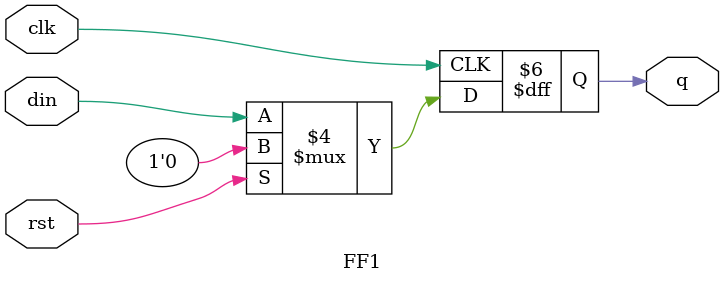
<source format=v>
module FF1(q, din, clk, rst);
    output q;
    input din, clk, rst;

    reg q = 1'b0;  // variable type declaration plus initial value setting
    always @(negedge clk) begin
        if(rst)
            q <= 1'b0;
        else
            q <= din;
    end
endmodule

</source>
